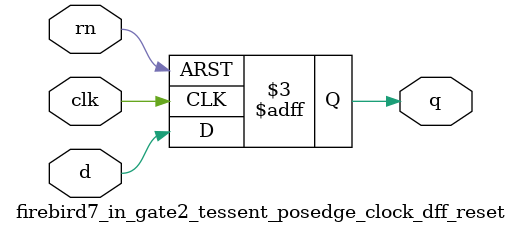
<source format=v>

  
module firebird7_in_gate2_tessent_posedge_clock_dff_reset (
  input wire rn,
  input wire d,
  input wire clk,
  output reg q
);
always @ (posedge clk or negedge rn) begin
  if (~rn) begin
    q <= 1'b0;
  end else begin
    q <= d;
  end
end
endmodule

</source>
